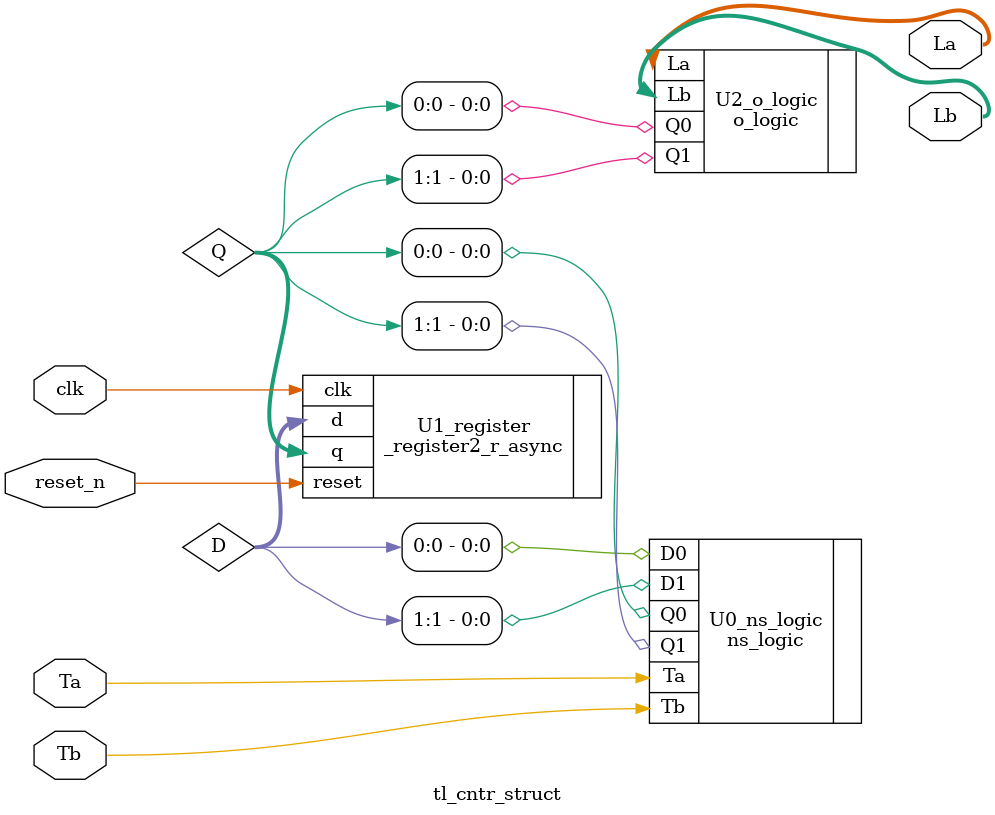
<source format=v>
module tl_cntr_struct(clk, reset_n, Ta, Tb, La, Lb);
	input clk, reset_n, Ta, Tb;
	output [1:0] La, Lb;
	
	wire [1:0] D, Q;
	
	// next state logic
	ns_logic U0_ns_logic(.Q1(Q[1]), .Q0(Q[0]), .Ta(Ta), .Tb(Tb), .D1(D[1]), .D0(D[0]));
	
	// save current state
	_register2_r_async U1_register(.clk(clk), .reset(reset_n), .d(D), .q(Q));
	
	// output logic
	o_logic U2_o_logic(.Q1(Q[1]), .Q0(Q[0]), .La(La), .Lb(Lb));
endmodule

</source>
